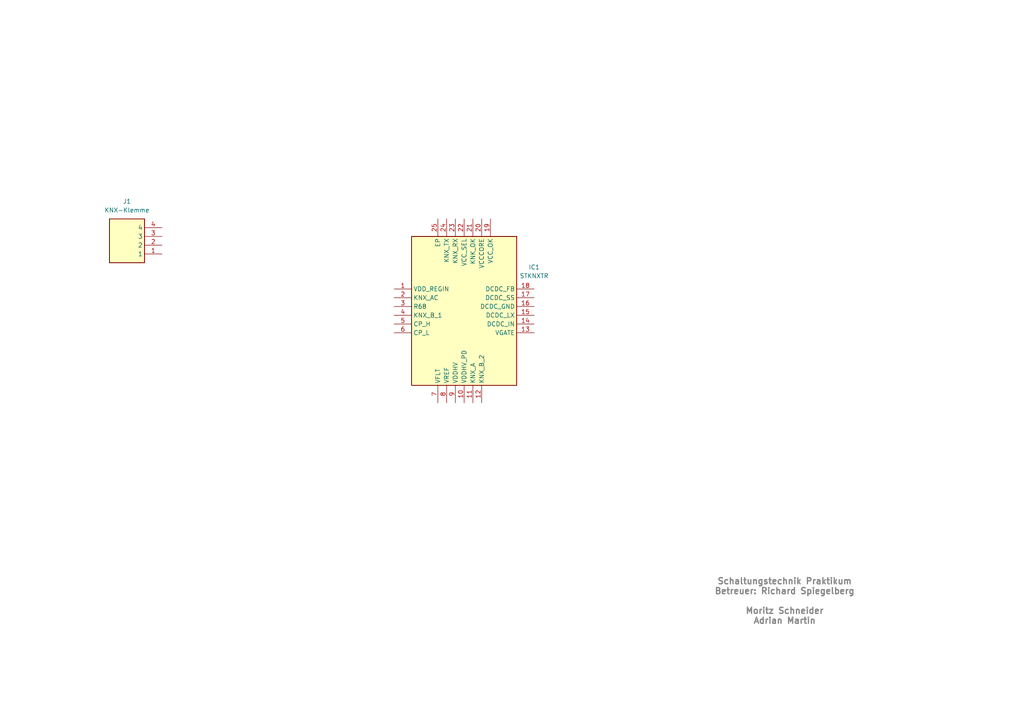
<source format=kicad_sch>
(kicad_sch
	(version 20231120)
	(generator "eeschema")
	(generator_version "8.0")
	(uuid "ce2f45a0-f645-4b9b-b4bd-a48359bbd591")
	(paper "A4")
	(lib_symbols
		(symbol "3-282836-2:3-282836-2"
			(exclude_from_sim no)
			(in_bom yes)
			(on_board yes)
			(property "Reference" "J"
				(at 16.51 7.62 0)
				(effects
					(font
						(size 1.27 1.27)
					)
					(justify left top)
				)
			)
			(property "Value" "3-282836-2"
				(at 16.51 5.08 0)
				(effects
					(font
						(size 1.27 1.27)
					)
					(justify left top)
				)
			)
			(property "Footprint" "3-282836-2"
				(at 16.51 -94.92 0)
				(effects
					(font
						(size 1.27 1.27)
					)
					(justify left top)
					(hide yes)
				)
			)
			(property "Datasheet" "https://www.te.com/commerce/DocumentDelivery/DDEController?Action=srchrtrv&DocNm=1-1773458-1_EURO_STYLE_QRG&DocType=Data+Sheet&DocLang=English&PartCntxt=3-282836-2&DocFormat=pdf"
				(at 16.51 -194.92 0)
				(effects
					(font
						(size 1.27 1.27)
					)
					(justify left top)
					(hide yes)
				)
			)
			(property "Description" "Fixed Terminal Blocks TERMI-BLOK PCB MOUNT 90 4P Ke"
				(at 0 0 0)
				(effects
					(font
						(size 1.27 1.27)
					)
					(hide yes)
				)
			)
			(property "Height" ""
				(at 16.51 -394.92 0)
				(effects
					(font
						(size 1.27 1.27)
					)
					(justify left top)
					(hide yes)
				)
			)
			(property "Manufacturer_Name" "TE Connectivity"
				(at 16.51 -494.92 0)
				(effects
					(font
						(size 1.27 1.27)
					)
					(justify left top)
					(hide yes)
				)
			)
			(property "Manufacturer_Part_Number" "3-282836-2"
				(at 16.51 -594.92 0)
				(effects
					(font
						(size 1.27 1.27)
					)
					(justify left top)
					(hide yes)
				)
			)
			(property "Mouser Part Number" "571-3-282836-2"
				(at 16.51 -694.92 0)
				(effects
					(font
						(size 1.27 1.27)
					)
					(justify left top)
					(hide yes)
				)
			)
			(property "Mouser Price/Stock" "https://www.mouser.co.uk/ProductDetail/TE-Connectivity/3-282836-2?qs=kTKVN3NWb5HKrHoMyUSSow%3D%3D"
				(at 16.51 -794.92 0)
				(effects
					(font
						(size 1.27 1.27)
					)
					(justify left top)
					(hide yes)
				)
			)
			(property "Arrow Part Number" "3-282836-2"
				(at 16.51 -894.92 0)
				(effects
					(font
						(size 1.27 1.27)
					)
					(justify left top)
					(hide yes)
				)
			)
			(property "Arrow Price/Stock" "https://www.arrow.com/en/products/3-282836-2/te-connectivity"
				(at 16.51 -994.92 0)
				(effects
					(font
						(size 1.27 1.27)
					)
					(justify left top)
					(hide yes)
				)
			)
			(symbol "3-282836-2_1_1"
				(rectangle
					(start 5.08 2.54)
					(end 15.24 -10.16)
					(stroke
						(width 0.254)
						(type default)
					)
					(fill
						(type background)
					)
				)
				(pin passive line
					(at 0 0 0)
					(length 5.08)
					(name "1"
						(effects
							(font
								(size 1.27 1.27)
							)
						)
					)
					(number "1"
						(effects
							(font
								(size 1.27 1.27)
							)
						)
					)
				)
				(pin passive line
					(at 0 -2.54 0)
					(length 5.08)
					(name "2"
						(effects
							(font
								(size 1.27 1.27)
							)
						)
					)
					(number "2"
						(effects
							(font
								(size 1.27 1.27)
							)
						)
					)
				)
				(pin passive line
					(at 0 -5.08 0)
					(length 5.08)
					(name "3"
						(effects
							(font
								(size 1.27 1.27)
							)
						)
					)
					(number "3"
						(effects
							(font
								(size 1.27 1.27)
							)
						)
					)
				)
				(pin passive line
					(at 0 -7.62 0)
					(length 5.08)
					(name "4"
						(effects
							(font
								(size 1.27 1.27)
							)
						)
					)
					(number "4"
						(effects
							(font
								(size 1.27 1.27)
							)
						)
					)
				)
			)
		)
		(symbol "STKNXTR:STKNXTR"
			(exclude_from_sim no)
			(in_bom yes)
			(on_board yes)
			(property "Reference" "IC"
				(at 36.83 20.32 0)
				(effects
					(font
						(size 1.27 1.27)
					)
					(justify left top)
				)
			)
			(property "Value" "STKNXTR"
				(at 36.83 17.78 0)
				(effects
					(font
						(size 1.27 1.27)
					)
					(justify left top)
				)
			)
			(property "Footprint" "QFN50P400X400X100-25N-D"
				(at 36.83 -82.22 0)
				(effects
					(font
						(size 1.27 1.27)
					)
					(justify left top)
					(hide yes)
				)
			)
			(property "Datasheet" "http://www.st.com/content/ccc/resource/technical/document/datasheet/group3/f0/37/6c/65/42/cd/4e/da/DM00454674/files/DM00454674.pdf/jcr:content/translations/en.DM00454674.pdf"
				(at 36.83 -182.22 0)
				(effects
					(font
						(size 1.27 1.27)
					)
					(justify left top)
					(hide yes)
				)
			)
			(property "Description" "STMICROELECTRONICS - STKNXTR - ETHERNET TRANSCEIVER, 9.6KBAUD, VFQFPN24"
				(at 0 0 0)
				(effects
					(font
						(size 1.27 1.27)
					)
					(hide yes)
				)
			)
			(property "Height" "1"
				(at 36.83 -382.22 0)
				(effects
					(font
						(size 1.27 1.27)
					)
					(justify left top)
					(hide yes)
				)
			)
			(property "Manufacturer_Name" "STMicroelectronics"
				(at 36.83 -482.22 0)
				(effects
					(font
						(size 1.27 1.27)
					)
					(justify left top)
					(hide yes)
				)
			)
			(property "Manufacturer_Part_Number" "STKNXTR"
				(at 36.83 -582.22 0)
				(effects
					(font
						(size 1.27 1.27)
					)
					(justify left top)
					(hide yes)
				)
			)
			(property "Mouser Part Number" "511-STKNXTR"
				(at 36.83 -682.22 0)
				(effects
					(font
						(size 1.27 1.27)
					)
					(justify left top)
					(hide yes)
				)
			)
			(property "Mouser Price/Stock" "https://www.mouser.co.uk/ProductDetail/STMicroelectronics/STKNXTR?qs=lYGu3FyN48cC0CqtOx84%252BQ%3D%3D"
				(at 36.83 -782.22 0)
				(effects
					(font
						(size 1.27 1.27)
					)
					(justify left top)
					(hide yes)
				)
			)
			(property "Arrow Part Number" "STKNXTR"
				(at 36.83 -882.22 0)
				(effects
					(font
						(size 1.27 1.27)
					)
					(justify left top)
					(hide yes)
				)
			)
			(property "Arrow Price/Stock" "https://www.arrow.com/en/products/stknxtr/stmicroelectronics?region=nac"
				(at 36.83 -982.22 0)
				(effects
					(font
						(size 1.27 1.27)
					)
					(justify left top)
					(hide yes)
				)
			)
			(symbol "STKNXTR_1_1"
				(rectangle
					(start 5.08 15.24)
					(end 35.56 -27.94)
					(stroke
						(width 0.254)
						(type default)
					)
					(fill
						(type background)
					)
				)
				(pin passive line
					(at 0 0 0)
					(length 5.08)
					(name "VDD_REGIN"
						(effects
							(font
								(size 1.27 1.27)
							)
						)
					)
					(number "1"
						(effects
							(font
								(size 1.27 1.27)
							)
						)
					)
				)
				(pin passive line
					(at 20.32 -33.02 90)
					(length 5.08)
					(name "VDDHV_PD"
						(effects
							(font
								(size 1.27 1.27)
							)
						)
					)
					(number "10"
						(effects
							(font
								(size 1.27 1.27)
							)
						)
					)
				)
				(pin passive line
					(at 22.86 -33.02 90)
					(length 5.08)
					(name "KNX_A"
						(effects
							(font
								(size 1.27 1.27)
							)
						)
					)
					(number "11"
						(effects
							(font
								(size 1.27 1.27)
							)
						)
					)
				)
				(pin passive line
					(at 25.4 -33.02 90)
					(length 5.08)
					(name "KNX_B_2"
						(effects
							(font
								(size 1.27 1.27)
							)
						)
					)
					(number "12"
						(effects
							(font
								(size 1.27 1.27)
							)
						)
					)
				)
				(pin passive line
					(at 40.64 -12.7 180)
					(length 5.08)
					(name "VGATE"
						(effects
							(font
								(size 1.27 1.27)
							)
						)
					)
					(number "13"
						(effects
							(font
								(size 1.27 1.27)
							)
						)
					)
				)
				(pin passive line
					(at 40.64 -10.16 180)
					(length 5.08)
					(name "DCDC_IN"
						(effects
							(font
								(size 1.27 1.27)
							)
						)
					)
					(number "14"
						(effects
							(font
								(size 1.27 1.27)
							)
						)
					)
				)
				(pin passive line
					(at 40.64 -7.62 180)
					(length 5.08)
					(name "DCDC_LX"
						(effects
							(font
								(size 1.27 1.27)
							)
						)
					)
					(number "15"
						(effects
							(font
								(size 1.27 1.27)
							)
						)
					)
				)
				(pin passive line
					(at 40.64 -5.08 180)
					(length 5.08)
					(name "DCDC_GND"
						(effects
							(font
								(size 1.27 1.27)
							)
						)
					)
					(number "16"
						(effects
							(font
								(size 1.27 1.27)
							)
						)
					)
				)
				(pin passive line
					(at 40.64 -2.54 180)
					(length 5.08)
					(name "DCDC_SS"
						(effects
							(font
								(size 1.27 1.27)
							)
						)
					)
					(number "17"
						(effects
							(font
								(size 1.27 1.27)
							)
						)
					)
				)
				(pin passive line
					(at 40.64 0 180)
					(length 5.08)
					(name "DCDC_FB"
						(effects
							(font
								(size 1.27 1.27)
							)
						)
					)
					(number "18"
						(effects
							(font
								(size 1.27 1.27)
							)
						)
					)
				)
				(pin passive line
					(at 27.94 20.32 270)
					(length 5.08)
					(name "VCC_OK"
						(effects
							(font
								(size 1.27 1.27)
							)
						)
					)
					(number "19"
						(effects
							(font
								(size 1.27 1.27)
							)
						)
					)
				)
				(pin passive line
					(at 0 -2.54 0)
					(length 5.08)
					(name "KNX_AC"
						(effects
							(font
								(size 1.27 1.27)
							)
						)
					)
					(number "2"
						(effects
							(font
								(size 1.27 1.27)
							)
						)
					)
				)
				(pin passive line
					(at 25.4 20.32 270)
					(length 5.08)
					(name "VCCCORE"
						(effects
							(font
								(size 1.27 1.27)
							)
						)
					)
					(number "20"
						(effects
							(font
								(size 1.27 1.27)
							)
						)
					)
				)
				(pin passive line
					(at 22.86 20.32 270)
					(length 5.08)
					(name "KNK_OK"
						(effects
							(font
								(size 1.27 1.27)
							)
						)
					)
					(number "21"
						(effects
							(font
								(size 1.27 1.27)
							)
						)
					)
				)
				(pin passive line
					(at 20.32 20.32 270)
					(length 5.08)
					(name "VCC_SEL"
						(effects
							(font
								(size 1.27 1.27)
							)
						)
					)
					(number "22"
						(effects
							(font
								(size 1.27 1.27)
							)
						)
					)
				)
				(pin passive line
					(at 17.78 20.32 270)
					(length 5.08)
					(name "KNX_RX"
						(effects
							(font
								(size 1.27 1.27)
							)
						)
					)
					(number "23"
						(effects
							(font
								(size 1.27 1.27)
							)
						)
					)
				)
				(pin passive line
					(at 15.24 20.32 270)
					(length 5.08)
					(name "KNX_TX"
						(effects
							(font
								(size 1.27 1.27)
							)
						)
					)
					(number "24"
						(effects
							(font
								(size 1.27 1.27)
							)
						)
					)
				)
				(pin passive line
					(at 12.7 20.32 270)
					(length 5.08)
					(name "EP"
						(effects
							(font
								(size 1.27 1.27)
							)
						)
					)
					(number "25"
						(effects
							(font
								(size 1.27 1.27)
							)
						)
					)
				)
				(pin passive line
					(at 0 -5.08 0)
					(length 5.08)
					(name "R68"
						(effects
							(font
								(size 1.27 1.27)
							)
						)
					)
					(number "3"
						(effects
							(font
								(size 1.27 1.27)
							)
						)
					)
				)
				(pin passive line
					(at 0 -7.62 0)
					(length 5.08)
					(name "KNX_B_1"
						(effects
							(font
								(size 1.27 1.27)
							)
						)
					)
					(number "4"
						(effects
							(font
								(size 1.27 1.27)
							)
						)
					)
				)
				(pin passive line
					(at 0 -10.16 0)
					(length 5.08)
					(name "CP_H"
						(effects
							(font
								(size 1.27 1.27)
							)
						)
					)
					(number "5"
						(effects
							(font
								(size 1.27 1.27)
							)
						)
					)
				)
				(pin passive line
					(at 0 -12.7 0)
					(length 5.08)
					(name "CP_L"
						(effects
							(font
								(size 1.27 1.27)
							)
						)
					)
					(number "6"
						(effects
							(font
								(size 1.27 1.27)
							)
						)
					)
				)
				(pin passive line
					(at 12.7 -33.02 90)
					(length 5.08)
					(name "VFLT"
						(effects
							(font
								(size 1.27 1.27)
							)
						)
					)
					(number "7"
						(effects
							(font
								(size 1.27 1.27)
							)
						)
					)
				)
				(pin passive line
					(at 15.24 -33.02 90)
					(length 5.08)
					(name "VREF"
						(effects
							(font
								(size 1.27 1.27)
							)
						)
					)
					(number "8"
						(effects
							(font
								(size 1.27 1.27)
							)
						)
					)
				)
				(pin passive line
					(at 17.78 -33.02 90)
					(length 5.08)
					(name "VDDHV"
						(effects
							(font
								(size 1.27 1.27)
							)
						)
					)
					(number "9"
						(effects
							(font
								(size 1.27 1.27)
							)
						)
					)
				)
			)
		)
	)
	(text "Schaltungstechnik Praktikum\nBetreuer: Richard Spiegelberg\n\nMoritz Schneider\nAdrian Martin"
		(exclude_from_sim no)
		(at 227.584 174.498 0)
		(effects
			(font
				(size 1.778 1.778)
				(thickness 0.3556)
				(bold yes)
				(color 132 132 132 1)
			)
		)
		(uuid "48abd986-3810-4bdc-8a4a-36d93927314a")
	)
	(symbol
		(lib_id "3-282836-2:3-282836-2")
		(at 46.99 73.66 180)
		(unit 1)
		(exclude_from_sim no)
		(in_bom yes)
		(on_board yes)
		(dnp no)
		(fields_autoplaced yes)
		(uuid "39b954e2-c179-4c8e-9d79-b073ce2a53f8")
		(property "Reference" "J1"
			(at 36.83 58.42 0)
			(effects
				(font
					(size 1.27 1.27)
				)
			)
		)
		(property "Value" "KNX-Klemme"
			(at 36.83 60.96 0)
			(effects
				(font
					(size 1.27 1.27)
				)
			)
		)
		(property "Footprint" "3-282836-2"
			(at 30.48 -21.26 0)
			(effects
				(font
					(size 1.27 1.27)
				)
				(justify left top)
				(hide yes)
			)
		)
		(property "Datasheet" "https://www.te.com/commerce/DocumentDelivery/DDEController?Action=srchrtrv&DocNm=1-1773458-1_EURO_STYLE_QRG&DocType=Data+Sheet&DocLang=English&PartCntxt=3-282836-2&DocFormat=pdf"
			(at 30.48 -121.26 0)
			(effects
				(font
					(size 1.27 1.27)
				)
				(justify left top)
				(hide yes)
			)
		)
		(property "Description" "Fixed Terminal Blocks TERMI-BLOK PCB MOUNT 90 4P Ke"
			(at 46.99 73.66 0)
			(effects
				(font
					(size 1.27 1.27)
				)
				(hide yes)
			)
		)
		(property "Height" ""
			(at 30.48 -321.26 0)
			(effects
				(font
					(size 1.27 1.27)
				)
				(justify left top)
				(hide yes)
			)
		)
		(property "Manufacturer_Name" "TE Connectivity"
			(at 30.48 -421.26 0)
			(effects
				(font
					(size 1.27 1.27)
				)
				(justify left top)
				(hide yes)
			)
		)
		(property "Manufacturer_Part_Number" "3-282836-2"
			(at 30.48 -521.26 0)
			(effects
				(font
					(size 1.27 1.27)
				)
				(justify left top)
				(hide yes)
			)
		)
		(property "Mouser Part Number" "571-3-282836-2"
			(at 30.48 -621.26 0)
			(effects
				(font
					(size 1.27 1.27)
				)
				(justify left top)
				(hide yes)
			)
		)
		(property "Mouser Price/Stock" "https://www.mouser.co.uk/ProductDetail/TE-Connectivity/3-282836-2?qs=kTKVN3NWb5HKrHoMyUSSow%3D%3D"
			(at 30.48 -721.26 0)
			(effects
				(font
					(size 1.27 1.27)
				)
				(justify left top)
				(hide yes)
			)
		)
		(property "Arrow Part Number" "3-282836-2"
			(at 30.48 -821.26 0)
			(effects
				(font
					(size 1.27 1.27)
				)
				(justify left top)
				(hide yes)
			)
		)
		(property "Arrow Price/Stock" "https://www.arrow.com/en/products/3-282836-2/te-connectivity"
			(at 30.48 -921.26 0)
			(effects
				(font
					(size 1.27 1.27)
				)
				(justify left top)
				(hide yes)
			)
		)
		(pin "1"
			(uuid "325d4aed-f604-4e76-865d-0ba0fde778dc")
		)
		(pin "4"
			(uuid "30607532-abf6-4ece-99e5-cea7971dccda")
		)
		(pin "3"
			(uuid "c7474939-4408-42cb-ba60-43382dc1fc5c")
		)
		(pin "2"
			(uuid "d85889ac-b23d-4335-977d-9a9500120388")
		)
		(instances
			(project "WaterlevelSensoring"
				(path "/58fa4baf-198f-4497-85e2-76fdef312f16/d943c0be-4ed5-428f-9632-9d4ba5e4cf22"
					(reference "J1")
					(unit 1)
				)
			)
		)
	)
	(symbol
		(lib_id "STKNXTR:STKNXTR")
		(at 114.3 83.82 0)
		(unit 1)
		(exclude_from_sim no)
		(in_bom yes)
		(on_board yes)
		(dnp no)
		(fields_autoplaced yes)
		(uuid "a1bba383-c592-47de-9abe-3c6aaa0e33b2")
		(property "Reference" "IC1"
			(at 154.94 77.5014 0)
			(effects
				(font
					(size 1.27 1.27)
				)
			)
		)
		(property "Value" "STKNXTR"
			(at 154.94 80.0414 0)
			(effects
				(font
					(size 1.27 1.27)
				)
			)
		)
		(property "Footprint" "footprints:QFN50P400X400X100-25N-D"
			(at 151.13 166.04 0)
			(effects
				(font
					(size 1.27 1.27)
				)
				(justify left top)
				(hide yes)
			)
		)
		(property "Datasheet" "http://www.st.com/content/ccc/resource/technical/document/datasheet/group3/f0/37/6c/65/42/cd/4e/da/DM00454674/files/DM00454674.pdf/jcr:content/translations/en.DM00454674.pdf"
			(at 151.13 266.04 0)
			(effects
				(font
					(size 1.27 1.27)
				)
				(justify left top)
				(hide yes)
			)
		)
		(property "Description" "STMICROELECTRONICS - STKNXTR - ETHERNET TRANSCEIVER, 9.6KBAUD, VFQFPN24"
			(at 114.3 83.82 0)
			(effects
				(font
					(size 1.27 1.27)
				)
				(hide yes)
			)
		)
		(property "Height" "1"
			(at 151.13 466.04 0)
			(effects
				(font
					(size 1.27 1.27)
				)
				(justify left top)
				(hide yes)
			)
		)
		(property "Manufacturer_Name" "STMicroelectronics"
			(at 151.13 566.04 0)
			(effects
				(font
					(size 1.27 1.27)
				)
				(justify left top)
				(hide yes)
			)
		)
		(property "Manufacturer_Part_Number" "STKNXTR"
			(at 151.13 666.04 0)
			(effects
				(font
					(size 1.27 1.27)
				)
				(justify left top)
				(hide yes)
			)
		)
		(property "Mouser Part Number" "511-STKNXTR"
			(at 151.13 766.04 0)
			(effects
				(font
					(size 1.27 1.27)
				)
				(justify left top)
				(hide yes)
			)
		)
		(property "Mouser Price/Stock" "https://www.mouser.co.uk/ProductDetail/STMicroelectronics/STKNXTR?qs=lYGu3FyN48cC0CqtOx84%252BQ%3D%3D"
			(at 151.13 866.04 0)
			(effects
				(font
					(size 1.27 1.27)
				)
				(justify left top)
				(hide yes)
			)
		)
		(property "Arrow Part Number" "STKNXTR"
			(at 151.13 966.04 0)
			(effects
				(font
					(size 1.27 1.27)
				)
				(justify left top)
				(hide yes)
			)
		)
		(property "Arrow Price/Stock" "https://www.arrow.com/en/products/stknxtr/stmicroelectronics?region=nac"
			(at 151.13 1066.04 0)
			(effects
				(font
					(size 1.27 1.27)
				)
				(justify left top)
				(hide yes)
			)
		)
		(pin "13"
			(uuid "422e212f-1b0c-42f4-8fc3-28935a979c83")
		)
		(pin "16"
			(uuid "a48e335a-fae8-468b-a8e6-ab973d8d7cc6")
		)
		(pin "18"
			(uuid "9fb25236-37cd-4076-a1ac-a8f0d97dc4d1")
		)
		(pin "2"
			(uuid "de2a7a63-4cab-4068-9cba-4fa9f2027312")
		)
		(pin "7"
			(uuid "7211f0d7-e387-4a29-a90c-cf237c332e26")
		)
		(pin "20"
			(uuid "66193ef1-85e9-4bc7-98cf-9252465750e5")
		)
		(pin "15"
			(uuid "d4ee4317-8ae8-4716-bbc5-3d8610740db7")
		)
		(pin "24"
			(uuid "aa007243-7292-4d97-946e-e2b86cc28b41")
		)
		(pin "4"
			(uuid "c9bed70a-2134-420d-a709-69d4ea8a3f57")
		)
		(pin "8"
			(uuid "26a5735f-c2ac-405e-8d80-8f52751b7819")
		)
		(pin "22"
			(uuid "d7eb2c4a-1877-4f51-8743-92b0c1e29c43")
		)
		(pin "1"
			(uuid "38c53b41-5956-4ec7-9544-da392ad7e70f")
		)
		(pin "25"
			(uuid "eddb38a3-28b1-48f4-bde1-e2b88a5b69f2")
		)
		(pin "5"
			(uuid "ab34657c-0730-463d-94f1-c268353459d0")
		)
		(pin "17"
			(uuid "3a35f85c-9750-4394-8051-8c6c50bbccd3")
		)
		(pin "10"
			(uuid "aeda47de-fdee-41f9-9d69-00e56b756005")
		)
		(pin "12"
			(uuid "1b078126-d44e-4dfc-9362-230472f67ae0")
		)
		(pin "19"
			(uuid "4abb9194-900a-4057-8caf-2ae5f105a39f")
		)
		(pin "21"
			(uuid "fa26647b-5446-4e12-a0d9-c63ac2eb7591")
		)
		(pin "6"
			(uuid "73cc9bdc-823f-43d1-ade0-bc0fa04038c9")
		)
		(pin "11"
			(uuid "9e9c639f-5909-4429-896f-2a726d26ad39")
		)
		(pin "9"
			(uuid "9f79df48-3221-4157-878c-7607cf44518c")
		)
		(pin "3"
			(uuid "73296b8e-2393-4e87-a334-d5eb02abd982")
		)
		(pin "23"
			(uuid "a57914d0-301c-40ee-b872-2557faf0c02f")
		)
		(pin "14"
			(uuid "b272022f-a98c-461b-84aa-ac85c667463d")
		)
		(instances
			(project "WaterlevelSensoring"
				(path "/58fa4baf-198f-4497-85e2-76fdef312f16/d943c0be-4ed5-428f-9632-9d4ba5e4cf22"
					(reference "IC1")
					(unit 1)
				)
			)
		)
	)
)
</source>
